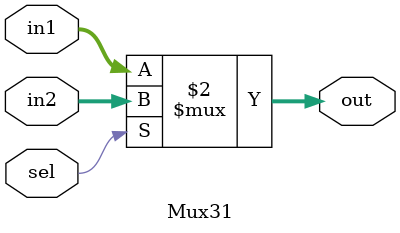
<source format=v>
`timescale 1ns / 1ps


module Mux31(
    input [31:0] in1, in2,
    input sel,
    output[31:0] out
    );

    assign out = (sel == 0) ? in1 : in2;

endmodule

</source>
